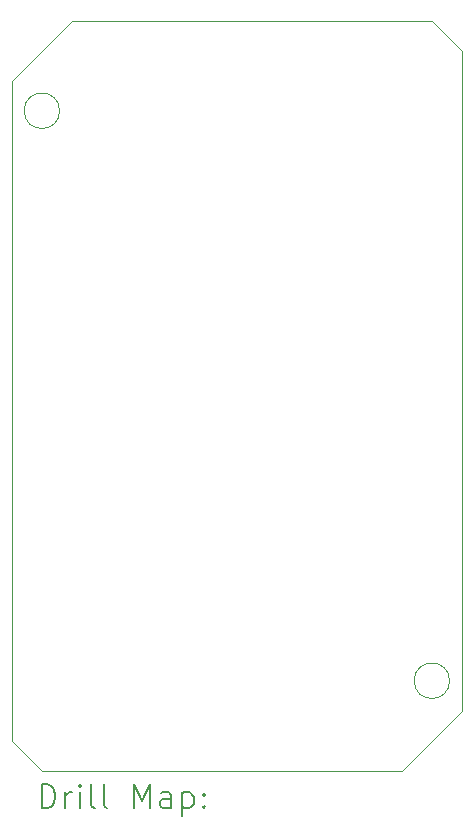
<source format=gbr>
%FSLAX45Y45*%
G04 Gerber Fmt 4.5, Leading zero omitted, Abs format (unit mm)*
G04 Created by KiCad (PCBNEW 6.0.2+dfsg-1) date 2023-08-17 23:32:11*
%MOMM*%
%LPD*%
G01*
G04 APERTURE LIST*
%TA.AperFunction,Profile*%
%ADD10C,0.100000*%
%TD*%
%ADD11C,0.200000*%
G04 APERTURE END LIST*
D10*
X17168026Y-6604000D02*
G75*
G03*
X17168026Y-6604000I-150026J0D01*
G01*
X20320000Y-5842000D02*
X20574000Y-6096000D01*
X20066000Y-12192000D02*
X17018000Y-12192000D01*
X20574000Y-11684000D02*
X20066000Y-12192000D01*
X17272000Y-5842000D02*
X20320000Y-5842000D01*
X20574000Y-6096000D02*
X20574000Y-11684000D01*
X17018000Y-12192000D02*
X16764000Y-11938000D01*
X20470000Y-11430000D02*
G75*
G03*
X20470000Y-11430000I-150000J0D01*
G01*
X16764000Y-11938000D02*
X16764000Y-6350000D01*
X16764000Y-6350000D02*
X17272000Y-5842000D01*
D11*
X17016619Y-12507476D02*
X17016619Y-12307476D01*
X17064238Y-12307476D01*
X17092810Y-12317000D01*
X17111857Y-12336048D01*
X17121381Y-12355095D01*
X17130905Y-12393190D01*
X17130905Y-12421762D01*
X17121381Y-12459857D01*
X17111857Y-12478905D01*
X17092810Y-12497952D01*
X17064238Y-12507476D01*
X17016619Y-12507476D01*
X17216619Y-12507476D02*
X17216619Y-12374143D01*
X17216619Y-12412238D02*
X17226143Y-12393190D01*
X17235667Y-12383667D01*
X17254714Y-12374143D01*
X17273762Y-12374143D01*
X17340429Y-12507476D02*
X17340429Y-12374143D01*
X17340429Y-12307476D02*
X17330905Y-12317000D01*
X17340429Y-12326524D01*
X17349952Y-12317000D01*
X17340429Y-12307476D01*
X17340429Y-12326524D01*
X17464238Y-12507476D02*
X17445190Y-12497952D01*
X17435667Y-12478905D01*
X17435667Y-12307476D01*
X17569000Y-12507476D02*
X17549952Y-12497952D01*
X17540429Y-12478905D01*
X17540429Y-12307476D01*
X17797571Y-12507476D02*
X17797571Y-12307476D01*
X17864238Y-12450333D01*
X17930905Y-12307476D01*
X17930905Y-12507476D01*
X18111857Y-12507476D02*
X18111857Y-12402714D01*
X18102333Y-12383667D01*
X18083286Y-12374143D01*
X18045190Y-12374143D01*
X18026143Y-12383667D01*
X18111857Y-12497952D02*
X18092810Y-12507476D01*
X18045190Y-12507476D01*
X18026143Y-12497952D01*
X18016619Y-12478905D01*
X18016619Y-12459857D01*
X18026143Y-12440809D01*
X18045190Y-12431286D01*
X18092810Y-12431286D01*
X18111857Y-12421762D01*
X18207095Y-12374143D02*
X18207095Y-12574143D01*
X18207095Y-12383667D02*
X18226143Y-12374143D01*
X18264238Y-12374143D01*
X18283286Y-12383667D01*
X18292810Y-12393190D01*
X18302333Y-12412238D01*
X18302333Y-12469381D01*
X18292810Y-12488428D01*
X18283286Y-12497952D01*
X18264238Y-12507476D01*
X18226143Y-12507476D01*
X18207095Y-12497952D01*
X18388048Y-12488428D02*
X18397571Y-12497952D01*
X18388048Y-12507476D01*
X18378524Y-12497952D01*
X18388048Y-12488428D01*
X18388048Y-12507476D01*
X18388048Y-12383667D02*
X18397571Y-12393190D01*
X18388048Y-12402714D01*
X18378524Y-12393190D01*
X18388048Y-12383667D01*
X18388048Y-12402714D01*
M02*

</source>
